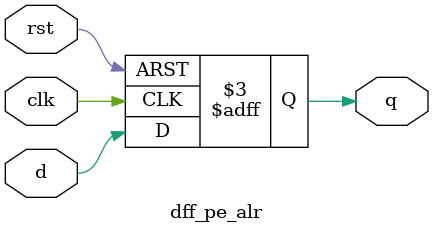
<source format=v>
`timescale 1ns / 1ps


module dff_pe_alr(q, d, clk, rst);
input d, clk, rst;
output reg q;

      always@(posedge clk, negedge rst)
         if(!rst)
           q <= 0;
         else
           q <= d;
endmodule
</source>
